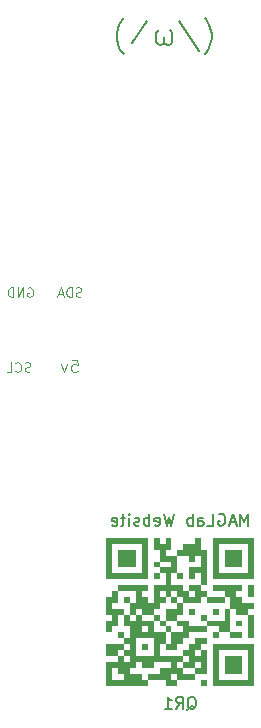
<source format=gbr>
%TF.GenerationSoftware,KiCad,Pcbnew,9.0.1*%
%TF.CreationDate,2025-08-02T01:33:37-07:00*%
%TF.ProjectId,bottom,626f7474-6f6d-42e6-9b69-6361645f7063,A1*%
%TF.SameCoordinates,PX578c1c0PY3d09000*%
%TF.FileFunction,Legend,Bot*%
%TF.FilePolarity,Positive*%
%FSLAX46Y46*%
G04 Gerber Fmt 4.6, Leading zero omitted, Abs format (unit mm)*
G04 Created by KiCad (PCBNEW 9.0.1) date 2025-08-02 01:33:37*
%MOMM*%
%LPD*%
G01*
G04 APERTURE LIST*
%ADD10C,0.100000*%
%ADD11C,0.200000*%
%ADD12C,0.150000*%
G04 APERTURE END LIST*
D10*
X7953925Y-40978419D02*
X8430115Y-40978419D01*
X8430115Y-40978419D02*
X8477734Y-41454609D01*
X8477734Y-41454609D02*
X8430115Y-41406990D01*
X8430115Y-41406990D02*
X8334877Y-41359371D01*
X8334877Y-41359371D02*
X8096782Y-41359371D01*
X8096782Y-41359371D02*
X8001544Y-41406990D01*
X8001544Y-41406990D02*
X7953925Y-41454609D01*
X7953925Y-41454609D02*
X7906306Y-41549847D01*
X7906306Y-41549847D02*
X7906306Y-41787942D01*
X7906306Y-41787942D02*
X7953925Y-41883180D01*
X7953925Y-41883180D02*
X8001544Y-41930800D01*
X8001544Y-41930800D02*
X8096782Y-41978419D01*
X8096782Y-41978419D02*
X8334877Y-41978419D01*
X8334877Y-41978419D02*
X8430115Y-41930800D01*
X8430115Y-41930800D02*
X8477734Y-41883180D01*
X7572972Y-41311752D02*
X7334877Y-41978419D01*
X7334877Y-41978419D02*
X7096782Y-41311752D01*
D11*
X19234802Y-15108742D02*
X19330041Y-15013504D01*
X19330041Y-15013504D02*
X19520517Y-14727790D01*
X19520517Y-14727790D02*
X19615755Y-14537314D01*
X19615755Y-14537314D02*
X19710993Y-14251600D01*
X19710993Y-14251600D02*
X19806231Y-13775409D01*
X19806231Y-13775409D02*
X19806231Y-13394457D01*
X19806231Y-13394457D02*
X19710993Y-12918266D01*
X19710993Y-12918266D02*
X19615755Y-12632552D01*
X19615755Y-12632552D02*
X19520517Y-12442076D01*
X19520517Y-12442076D02*
X19330041Y-12156361D01*
X19330041Y-12156361D02*
X19234802Y-12061123D01*
X17044327Y-12251600D02*
X18758612Y-14823028D01*
X15806231Y-13680171D02*
X15806231Y-14061123D01*
X16282422Y-13013504D02*
X16377660Y-13108742D01*
X16377660Y-13108742D02*
X16472898Y-13299219D01*
X16472898Y-13299219D02*
X16472898Y-14061123D01*
X16472898Y-14061123D02*
X16377660Y-14251600D01*
X16377660Y-14251600D02*
X16187184Y-14346838D01*
X16187184Y-14346838D02*
X16091946Y-14346838D01*
X16091946Y-14346838D02*
X15901470Y-14251600D01*
X15901470Y-14251600D02*
X15806231Y-14061123D01*
X15806231Y-14061123D02*
X15710993Y-14251600D01*
X15710993Y-14251600D02*
X15520517Y-14346838D01*
X15520517Y-14346838D02*
X15425279Y-14346838D01*
X15425279Y-14346838D02*
X15234803Y-14251600D01*
X15234803Y-14251600D02*
X15139565Y-14061123D01*
X15139565Y-14061123D02*
X15139565Y-13299219D01*
X15139565Y-13299219D02*
X15234803Y-13108742D01*
X15234803Y-13108742D02*
X15330041Y-13013504D01*
X14377660Y-12251600D02*
X13044327Y-14156361D01*
X12377660Y-15108742D02*
X12282422Y-15013504D01*
X12282422Y-15013504D02*
X12091946Y-14727790D01*
X12091946Y-14727790D02*
X11996708Y-14537314D01*
X11996708Y-14537314D02*
X11901470Y-14251600D01*
X11901470Y-14251600D02*
X11806232Y-13775409D01*
X11806232Y-13775409D02*
X11806232Y-13394457D01*
X11806232Y-13394457D02*
X11901470Y-12918266D01*
X11901470Y-12918266D02*
X11996708Y-12632552D01*
X11996708Y-12632552D02*
X12091946Y-12442076D01*
X12091946Y-12442076D02*
X12282422Y-12156361D01*
X12282422Y-12156361D02*
X12377660Y-12061123D01*
D10*
X8769830Y-35614800D02*
X8655544Y-35652895D01*
X8655544Y-35652895D02*
X8465068Y-35652895D01*
X8465068Y-35652895D02*
X8388877Y-35614800D01*
X8388877Y-35614800D02*
X8350782Y-35576704D01*
X8350782Y-35576704D02*
X8312687Y-35500514D01*
X8312687Y-35500514D02*
X8312687Y-35424323D01*
X8312687Y-35424323D02*
X8350782Y-35348133D01*
X8350782Y-35348133D02*
X8388877Y-35310038D01*
X8388877Y-35310038D02*
X8465068Y-35271942D01*
X8465068Y-35271942D02*
X8617449Y-35233847D01*
X8617449Y-35233847D02*
X8693639Y-35195752D01*
X8693639Y-35195752D02*
X8731734Y-35157657D01*
X8731734Y-35157657D02*
X8769830Y-35081466D01*
X8769830Y-35081466D02*
X8769830Y-35005276D01*
X8769830Y-35005276D02*
X8731734Y-34929085D01*
X8731734Y-34929085D02*
X8693639Y-34890990D01*
X8693639Y-34890990D02*
X8617449Y-34852895D01*
X8617449Y-34852895D02*
X8426972Y-34852895D01*
X8426972Y-34852895D02*
X8312687Y-34890990D01*
X7969829Y-35652895D02*
X7969829Y-34852895D01*
X7969829Y-34852895D02*
X7779353Y-34852895D01*
X7779353Y-34852895D02*
X7665067Y-34890990D01*
X7665067Y-34890990D02*
X7588877Y-34967180D01*
X7588877Y-34967180D02*
X7550782Y-35043371D01*
X7550782Y-35043371D02*
X7512686Y-35195752D01*
X7512686Y-35195752D02*
X7512686Y-35310038D01*
X7512686Y-35310038D02*
X7550782Y-35462419D01*
X7550782Y-35462419D02*
X7588877Y-35538609D01*
X7588877Y-35538609D02*
X7665067Y-35614800D01*
X7665067Y-35614800D02*
X7779353Y-35652895D01*
X7779353Y-35652895D02*
X7969829Y-35652895D01*
X7207925Y-35424323D02*
X6826972Y-35424323D01*
X7284115Y-35652895D02*
X7017448Y-34852895D01*
X7017448Y-34852895D02*
X6750782Y-35652895D01*
X4248687Y-34890990D02*
X4324877Y-34852895D01*
X4324877Y-34852895D02*
X4439163Y-34852895D01*
X4439163Y-34852895D02*
X4553449Y-34890990D01*
X4553449Y-34890990D02*
X4629639Y-34967180D01*
X4629639Y-34967180D02*
X4667734Y-35043371D01*
X4667734Y-35043371D02*
X4705830Y-35195752D01*
X4705830Y-35195752D02*
X4705830Y-35310038D01*
X4705830Y-35310038D02*
X4667734Y-35462419D01*
X4667734Y-35462419D02*
X4629639Y-35538609D01*
X4629639Y-35538609D02*
X4553449Y-35614800D01*
X4553449Y-35614800D02*
X4439163Y-35652895D01*
X4439163Y-35652895D02*
X4362972Y-35652895D01*
X4362972Y-35652895D02*
X4248687Y-35614800D01*
X4248687Y-35614800D02*
X4210591Y-35576704D01*
X4210591Y-35576704D02*
X4210591Y-35310038D01*
X4210591Y-35310038D02*
X4362972Y-35310038D01*
X3867734Y-35652895D02*
X3867734Y-34852895D01*
X3867734Y-34852895D02*
X3410591Y-35652895D01*
X3410591Y-35652895D02*
X3410591Y-34852895D01*
X3029639Y-35652895D02*
X3029639Y-34852895D01*
X3029639Y-34852895D02*
X2839163Y-34852895D01*
X2839163Y-34852895D02*
X2724877Y-34890990D01*
X2724877Y-34890990D02*
X2648687Y-34967180D01*
X2648687Y-34967180D02*
X2610592Y-35043371D01*
X2610592Y-35043371D02*
X2572496Y-35195752D01*
X2572496Y-35195752D02*
X2572496Y-35310038D01*
X2572496Y-35310038D02*
X2610592Y-35462419D01*
X2610592Y-35462419D02*
X2648687Y-35538609D01*
X2648687Y-35538609D02*
X2724877Y-35614800D01*
X2724877Y-35614800D02*
X2839163Y-35652895D01*
X2839163Y-35652895D02*
X3029639Y-35652895D01*
X4451830Y-41964800D02*
X4337544Y-42002895D01*
X4337544Y-42002895D02*
X4147068Y-42002895D01*
X4147068Y-42002895D02*
X4070877Y-41964800D01*
X4070877Y-41964800D02*
X4032782Y-41926704D01*
X4032782Y-41926704D02*
X3994687Y-41850514D01*
X3994687Y-41850514D02*
X3994687Y-41774323D01*
X3994687Y-41774323D02*
X4032782Y-41698133D01*
X4032782Y-41698133D02*
X4070877Y-41660038D01*
X4070877Y-41660038D02*
X4147068Y-41621942D01*
X4147068Y-41621942D02*
X4299449Y-41583847D01*
X4299449Y-41583847D02*
X4375639Y-41545752D01*
X4375639Y-41545752D02*
X4413734Y-41507657D01*
X4413734Y-41507657D02*
X4451830Y-41431466D01*
X4451830Y-41431466D02*
X4451830Y-41355276D01*
X4451830Y-41355276D02*
X4413734Y-41279085D01*
X4413734Y-41279085D02*
X4375639Y-41240990D01*
X4375639Y-41240990D02*
X4299449Y-41202895D01*
X4299449Y-41202895D02*
X4108972Y-41202895D01*
X4108972Y-41202895D02*
X3994687Y-41240990D01*
X3194686Y-41926704D02*
X3232782Y-41964800D01*
X3232782Y-41964800D02*
X3347067Y-42002895D01*
X3347067Y-42002895D02*
X3423258Y-42002895D01*
X3423258Y-42002895D02*
X3537544Y-41964800D01*
X3537544Y-41964800D02*
X3613734Y-41888609D01*
X3613734Y-41888609D02*
X3651829Y-41812419D01*
X3651829Y-41812419D02*
X3689925Y-41660038D01*
X3689925Y-41660038D02*
X3689925Y-41545752D01*
X3689925Y-41545752D02*
X3651829Y-41393371D01*
X3651829Y-41393371D02*
X3613734Y-41317180D01*
X3613734Y-41317180D02*
X3537544Y-41240990D01*
X3537544Y-41240990D02*
X3423258Y-41202895D01*
X3423258Y-41202895D02*
X3347067Y-41202895D01*
X3347067Y-41202895D02*
X3232782Y-41240990D01*
X3232782Y-41240990D02*
X3194686Y-41279085D01*
X2470877Y-42002895D02*
X2851829Y-42002895D01*
X2851829Y-42002895D02*
X2851829Y-41202895D01*
D12*
X17752238Y-70607057D02*
X17847476Y-70559438D01*
X17847476Y-70559438D02*
X17942714Y-70464200D01*
X17942714Y-70464200D02*
X18085571Y-70321342D01*
X18085571Y-70321342D02*
X18180809Y-70273723D01*
X18180809Y-70273723D02*
X18276047Y-70273723D01*
X18228428Y-70511819D02*
X18323666Y-70464200D01*
X18323666Y-70464200D02*
X18418904Y-70368961D01*
X18418904Y-70368961D02*
X18466523Y-70178485D01*
X18466523Y-70178485D02*
X18466523Y-69845152D01*
X18466523Y-69845152D02*
X18418904Y-69654676D01*
X18418904Y-69654676D02*
X18323666Y-69559438D01*
X18323666Y-69559438D02*
X18228428Y-69511819D01*
X18228428Y-69511819D02*
X18037952Y-69511819D01*
X18037952Y-69511819D02*
X17942714Y-69559438D01*
X17942714Y-69559438D02*
X17847476Y-69654676D01*
X17847476Y-69654676D02*
X17799857Y-69845152D01*
X17799857Y-69845152D02*
X17799857Y-70178485D01*
X17799857Y-70178485D02*
X17847476Y-70368961D01*
X17847476Y-70368961D02*
X17942714Y-70464200D01*
X17942714Y-70464200D02*
X18037952Y-70511819D01*
X18037952Y-70511819D02*
X18228428Y-70511819D01*
X16799857Y-70511819D02*
X17133190Y-70035628D01*
X17371285Y-70511819D02*
X17371285Y-69511819D01*
X17371285Y-69511819D02*
X16990333Y-69511819D01*
X16990333Y-69511819D02*
X16895095Y-69559438D01*
X16895095Y-69559438D02*
X16847476Y-69607057D01*
X16847476Y-69607057D02*
X16799857Y-69702295D01*
X16799857Y-69702295D02*
X16799857Y-69845152D01*
X16799857Y-69845152D02*
X16847476Y-69940390D01*
X16847476Y-69940390D02*
X16895095Y-69988009D01*
X16895095Y-69988009D02*
X16990333Y-70035628D01*
X16990333Y-70035628D02*
X17371285Y-70035628D01*
X15847476Y-70511819D02*
X16418904Y-70511819D01*
X16133190Y-70511819D02*
X16133190Y-69511819D01*
X16133190Y-69511819D02*
X16228428Y-69654676D01*
X16228428Y-69654676D02*
X16323666Y-69749914D01*
X16323666Y-69749914D02*
X16418904Y-69797533D01*
X22918904Y-55011819D02*
X22918904Y-54011819D01*
X22918904Y-54011819D02*
X22585571Y-54726104D01*
X22585571Y-54726104D02*
X22252238Y-54011819D01*
X22252238Y-54011819D02*
X22252238Y-55011819D01*
X21823666Y-54726104D02*
X21347476Y-54726104D01*
X21918904Y-55011819D02*
X21585571Y-54011819D01*
X21585571Y-54011819D02*
X21252238Y-55011819D01*
X20395095Y-54059438D02*
X20490333Y-54011819D01*
X20490333Y-54011819D02*
X20633190Y-54011819D01*
X20633190Y-54011819D02*
X20776047Y-54059438D01*
X20776047Y-54059438D02*
X20871285Y-54154676D01*
X20871285Y-54154676D02*
X20918904Y-54249914D01*
X20918904Y-54249914D02*
X20966523Y-54440390D01*
X20966523Y-54440390D02*
X20966523Y-54583247D01*
X20966523Y-54583247D02*
X20918904Y-54773723D01*
X20918904Y-54773723D02*
X20871285Y-54868961D01*
X20871285Y-54868961D02*
X20776047Y-54964200D01*
X20776047Y-54964200D02*
X20633190Y-55011819D01*
X20633190Y-55011819D02*
X20537952Y-55011819D01*
X20537952Y-55011819D02*
X20395095Y-54964200D01*
X20395095Y-54964200D02*
X20347476Y-54916580D01*
X20347476Y-54916580D02*
X20347476Y-54583247D01*
X20347476Y-54583247D02*
X20537952Y-54583247D01*
X19442714Y-55011819D02*
X19918904Y-55011819D01*
X19918904Y-55011819D02*
X19918904Y-54011819D01*
X18680809Y-55011819D02*
X18680809Y-54488009D01*
X18680809Y-54488009D02*
X18728428Y-54392771D01*
X18728428Y-54392771D02*
X18823666Y-54345152D01*
X18823666Y-54345152D02*
X19014142Y-54345152D01*
X19014142Y-54345152D02*
X19109380Y-54392771D01*
X18680809Y-54964200D02*
X18776047Y-55011819D01*
X18776047Y-55011819D02*
X19014142Y-55011819D01*
X19014142Y-55011819D02*
X19109380Y-54964200D01*
X19109380Y-54964200D02*
X19156999Y-54868961D01*
X19156999Y-54868961D02*
X19156999Y-54773723D01*
X19156999Y-54773723D02*
X19109380Y-54678485D01*
X19109380Y-54678485D02*
X19014142Y-54630866D01*
X19014142Y-54630866D02*
X18776047Y-54630866D01*
X18776047Y-54630866D02*
X18680809Y-54583247D01*
X18204618Y-55011819D02*
X18204618Y-54011819D01*
X18204618Y-54392771D02*
X18109380Y-54345152D01*
X18109380Y-54345152D02*
X17918904Y-54345152D01*
X17918904Y-54345152D02*
X17823666Y-54392771D01*
X17823666Y-54392771D02*
X17776047Y-54440390D01*
X17776047Y-54440390D02*
X17728428Y-54535628D01*
X17728428Y-54535628D02*
X17728428Y-54821342D01*
X17728428Y-54821342D02*
X17776047Y-54916580D01*
X17776047Y-54916580D02*
X17823666Y-54964200D01*
X17823666Y-54964200D02*
X17918904Y-55011819D01*
X17918904Y-55011819D02*
X18109380Y-55011819D01*
X18109380Y-55011819D02*
X18204618Y-54964200D01*
X16633189Y-54011819D02*
X16395094Y-55011819D01*
X16395094Y-55011819D02*
X16204618Y-54297533D01*
X16204618Y-54297533D02*
X16014142Y-55011819D01*
X16014142Y-55011819D02*
X15776047Y-54011819D01*
X15014142Y-54964200D02*
X15109380Y-55011819D01*
X15109380Y-55011819D02*
X15299856Y-55011819D01*
X15299856Y-55011819D02*
X15395094Y-54964200D01*
X15395094Y-54964200D02*
X15442713Y-54868961D01*
X15442713Y-54868961D02*
X15442713Y-54488009D01*
X15442713Y-54488009D02*
X15395094Y-54392771D01*
X15395094Y-54392771D02*
X15299856Y-54345152D01*
X15299856Y-54345152D02*
X15109380Y-54345152D01*
X15109380Y-54345152D02*
X15014142Y-54392771D01*
X15014142Y-54392771D02*
X14966523Y-54488009D01*
X14966523Y-54488009D02*
X14966523Y-54583247D01*
X14966523Y-54583247D02*
X15442713Y-54678485D01*
X14537951Y-55011819D02*
X14537951Y-54011819D01*
X14537951Y-54392771D02*
X14442713Y-54345152D01*
X14442713Y-54345152D02*
X14252237Y-54345152D01*
X14252237Y-54345152D02*
X14156999Y-54392771D01*
X14156999Y-54392771D02*
X14109380Y-54440390D01*
X14109380Y-54440390D02*
X14061761Y-54535628D01*
X14061761Y-54535628D02*
X14061761Y-54821342D01*
X14061761Y-54821342D02*
X14109380Y-54916580D01*
X14109380Y-54916580D02*
X14156999Y-54964200D01*
X14156999Y-54964200D02*
X14252237Y-55011819D01*
X14252237Y-55011819D02*
X14442713Y-55011819D01*
X14442713Y-55011819D02*
X14537951Y-54964200D01*
X13680808Y-54964200D02*
X13585570Y-55011819D01*
X13585570Y-55011819D02*
X13395094Y-55011819D01*
X13395094Y-55011819D02*
X13299856Y-54964200D01*
X13299856Y-54964200D02*
X13252237Y-54868961D01*
X13252237Y-54868961D02*
X13252237Y-54821342D01*
X13252237Y-54821342D02*
X13299856Y-54726104D01*
X13299856Y-54726104D02*
X13395094Y-54678485D01*
X13395094Y-54678485D02*
X13537951Y-54678485D01*
X13537951Y-54678485D02*
X13633189Y-54630866D01*
X13633189Y-54630866D02*
X13680808Y-54535628D01*
X13680808Y-54535628D02*
X13680808Y-54488009D01*
X13680808Y-54488009D02*
X13633189Y-54392771D01*
X13633189Y-54392771D02*
X13537951Y-54345152D01*
X13537951Y-54345152D02*
X13395094Y-54345152D01*
X13395094Y-54345152D02*
X13299856Y-54392771D01*
X12823665Y-55011819D02*
X12823665Y-54345152D01*
X12823665Y-54011819D02*
X12871284Y-54059438D01*
X12871284Y-54059438D02*
X12823665Y-54107057D01*
X12823665Y-54107057D02*
X12776046Y-54059438D01*
X12776046Y-54059438D02*
X12823665Y-54011819D01*
X12823665Y-54011819D02*
X12823665Y-54107057D01*
X12490332Y-54345152D02*
X12109380Y-54345152D01*
X12347475Y-54011819D02*
X12347475Y-54868961D01*
X12347475Y-54868961D02*
X12299856Y-54964200D01*
X12299856Y-54964200D02*
X12204618Y-55011819D01*
X12204618Y-55011819D02*
X12109380Y-55011819D01*
X11395094Y-54964200D02*
X11490332Y-55011819D01*
X11490332Y-55011819D02*
X11680808Y-55011819D01*
X11680808Y-55011819D02*
X11776046Y-54964200D01*
X11776046Y-54964200D02*
X11823665Y-54868961D01*
X11823665Y-54868961D02*
X11823665Y-54488009D01*
X11823665Y-54488009D02*
X11776046Y-54392771D01*
X11776046Y-54392771D02*
X11680808Y-54345152D01*
X11680808Y-54345152D02*
X11490332Y-54345152D01*
X11490332Y-54345152D02*
X11395094Y-54392771D01*
X11395094Y-54392771D02*
X11347475Y-54488009D01*
X11347475Y-54488009D02*
X11347475Y-54583247D01*
X11347475Y-54583247D02*
X11823665Y-54678485D01*
%TO.C,QR1*%
G36*
X11407000Y-56057000D02*
G01*
X10907000Y-56057000D01*
X10907000Y-56557000D01*
X11407000Y-56557000D01*
X11407000Y-56057000D01*
G37*
G36*
X11407000Y-56557000D02*
G01*
X10907000Y-56557000D01*
X10907000Y-57057000D01*
X11407000Y-57057000D01*
X11407000Y-56557000D01*
G37*
G36*
X11407000Y-57057000D02*
G01*
X10907000Y-57057000D01*
X10907000Y-57557000D01*
X11407000Y-57557000D01*
X11407000Y-57057000D01*
G37*
G36*
X11407000Y-57557000D02*
G01*
X10907000Y-57557000D01*
X10907000Y-58057000D01*
X11407000Y-58057000D01*
X11407000Y-57557000D01*
G37*
G36*
X11407000Y-58057000D02*
G01*
X10907000Y-58057000D01*
X10907000Y-58557000D01*
X11407000Y-58557000D01*
X11407000Y-58057000D01*
G37*
G36*
X11407000Y-58557000D02*
G01*
X10907000Y-58557000D01*
X10907000Y-59057000D01*
X11407000Y-59057000D01*
X11407000Y-58557000D01*
G37*
G36*
X11407000Y-59057000D02*
G01*
X10907000Y-59057000D01*
X10907000Y-59557000D01*
X11407000Y-59557000D01*
X11407000Y-59057000D01*
G37*
G36*
X11407000Y-61057000D02*
G01*
X10907000Y-61057000D01*
X10907000Y-61557000D01*
X11407000Y-61557000D01*
X11407000Y-61057000D01*
G37*
G36*
X11407000Y-61557000D02*
G01*
X10907000Y-61557000D01*
X10907000Y-62057000D01*
X11407000Y-62057000D01*
X11407000Y-61557000D01*
G37*
G36*
X11407000Y-62057000D02*
G01*
X10907000Y-62057000D01*
X10907000Y-62557000D01*
X11407000Y-62557000D01*
X11407000Y-62057000D01*
G37*
G36*
X11407000Y-63057000D02*
G01*
X10907000Y-63057000D01*
X10907000Y-63557000D01*
X11407000Y-63557000D01*
X11407000Y-63057000D01*
G37*
G36*
X11407000Y-63557000D02*
G01*
X10907000Y-63557000D01*
X10907000Y-64057000D01*
X11407000Y-64057000D01*
X11407000Y-63557000D01*
G37*
G36*
X11407000Y-65057000D02*
G01*
X10907000Y-65057000D01*
X10907000Y-65557000D01*
X11407000Y-65557000D01*
X11407000Y-65057000D01*
G37*
G36*
X11407000Y-65557000D02*
G01*
X10907000Y-65557000D01*
X10907000Y-66057000D01*
X11407000Y-66057000D01*
X11407000Y-65557000D01*
G37*
G36*
X11407000Y-66557000D02*
G01*
X10907000Y-66557000D01*
X10907000Y-67057000D01*
X11407000Y-67057000D01*
X11407000Y-66557000D01*
G37*
G36*
X11407000Y-67057000D02*
G01*
X10907000Y-67057000D01*
X10907000Y-67557000D01*
X11407000Y-67557000D01*
X11407000Y-67057000D01*
G37*
G36*
X11407000Y-67557000D02*
G01*
X10907000Y-67557000D01*
X10907000Y-68057000D01*
X11407000Y-68057000D01*
X11407000Y-67557000D01*
G37*
G36*
X11407000Y-68057000D02*
G01*
X10907000Y-68057000D01*
X10907000Y-68557000D01*
X11407000Y-68557000D01*
X11407000Y-68057000D01*
G37*
G36*
X11907000Y-56057000D02*
G01*
X11407000Y-56057000D01*
X11407000Y-56557000D01*
X11907000Y-56557000D01*
X11907000Y-56057000D01*
G37*
G36*
X11907000Y-59057000D02*
G01*
X11407000Y-59057000D01*
X11407000Y-59557000D01*
X11907000Y-59557000D01*
X11907000Y-59057000D01*
G37*
G36*
X11907000Y-60557000D02*
G01*
X11407000Y-60557000D01*
X11407000Y-61057000D01*
X11907000Y-61057000D01*
X11907000Y-60557000D01*
G37*
G36*
X11907000Y-61057000D02*
G01*
X11407000Y-61057000D01*
X11407000Y-61557000D01*
X11907000Y-61557000D01*
X11907000Y-61057000D01*
G37*
G36*
X11907000Y-62057000D02*
G01*
X11407000Y-62057000D01*
X11407000Y-62557000D01*
X11907000Y-62557000D01*
X11907000Y-62057000D01*
G37*
G36*
X11907000Y-62557000D02*
G01*
X11407000Y-62557000D01*
X11407000Y-63057000D01*
X11907000Y-63057000D01*
X11907000Y-62557000D01*
G37*
G36*
X11907000Y-63057000D02*
G01*
X11407000Y-63057000D01*
X11407000Y-63557000D01*
X11907000Y-63557000D01*
X11907000Y-63057000D01*
G37*
G36*
X11907000Y-65057000D02*
G01*
X11407000Y-65057000D01*
X11407000Y-65557000D01*
X11907000Y-65557000D01*
X11907000Y-65057000D01*
G37*
G36*
X11907000Y-65557000D02*
G01*
X11407000Y-65557000D01*
X11407000Y-66057000D01*
X11907000Y-66057000D01*
X11907000Y-65557000D01*
G37*
G36*
X11907000Y-66557000D02*
G01*
X11407000Y-66557000D01*
X11407000Y-67057000D01*
X11907000Y-67057000D01*
X11907000Y-66557000D01*
G37*
G36*
X11907000Y-68057000D02*
G01*
X11407000Y-68057000D01*
X11407000Y-68557000D01*
X11907000Y-68557000D01*
X11907000Y-68057000D01*
G37*
G36*
X12407000Y-56057000D02*
G01*
X11907000Y-56057000D01*
X11907000Y-56557000D01*
X12407000Y-56557000D01*
X12407000Y-56057000D01*
G37*
G36*
X12407000Y-57057000D02*
G01*
X11907000Y-57057000D01*
X11907000Y-57557000D01*
X12407000Y-57557000D01*
X12407000Y-57057000D01*
G37*
G36*
X12407000Y-57557000D02*
G01*
X11907000Y-57557000D01*
X11907000Y-58057000D01*
X12407000Y-58057000D01*
X12407000Y-57557000D01*
G37*
G36*
X12407000Y-58057000D02*
G01*
X11907000Y-58057000D01*
X11907000Y-58557000D01*
X12407000Y-58557000D01*
X12407000Y-58057000D01*
G37*
G36*
X12407000Y-59057000D02*
G01*
X11907000Y-59057000D01*
X11907000Y-59557000D01*
X12407000Y-59557000D01*
X12407000Y-59057000D01*
G37*
G36*
X12407000Y-60057000D02*
G01*
X11907000Y-60057000D01*
X11907000Y-60557000D01*
X12407000Y-60557000D01*
X12407000Y-60057000D01*
G37*
G36*
X12407000Y-62057000D02*
G01*
X11907000Y-62057000D01*
X11907000Y-62557000D01*
X12407000Y-62557000D01*
X12407000Y-62057000D01*
G37*
G36*
X12407000Y-64057000D02*
G01*
X11907000Y-64057000D01*
X11907000Y-64557000D01*
X12407000Y-64557000D01*
X12407000Y-64057000D01*
G37*
G36*
X12407000Y-65057000D02*
G01*
X11907000Y-65057000D01*
X11907000Y-65557000D01*
X12407000Y-65557000D01*
X12407000Y-65057000D01*
G37*
G36*
X12407000Y-66057000D02*
G01*
X11907000Y-66057000D01*
X11907000Y-66557000D01*
X12407000Y-66557000D01*
X12407000Y-66057000D01*
G37*
G36*
X12407000Y-66557000D02*
G01*
X11907000Y-66557000D01*
X11907000Y-67057000D01*
X12407000Y-67057000D01*
X12407000Y-66557000D01*
G37*
G36*
X12407000Y-67057000D02*
G01*
X11907000Y-67057000D01*
X11907000Y-67557000D01*
X12407000Y-67557000D01*
X12407000Y-67057000D01*
G37*
G36*
X12407000Y-68057000D02*
G01*
X11907000Y-68057000D01*
X11907000Y-68557000D01*
X12407000Y-68557000D01*
X12407000Y-68057000D01*
G37*
G36*
X12907000Y-56057000D02*
G01*
X12407000Y-56057000D01*
X12407000Y-56557000D01*
X12907000Y-56557000D01*
X12907000Y-56057000D01*
G37*
G36*
X12907000Y-57057000D02*
G01*
X12407000Y-57057000D01*
X12407000Y-57557000D01*
X12907000Y-57557000D01*
X12907000Y-57057000D01*
G37*
G36*
X12907000Y-57557000D02*
G01*
X12407000Y-57557000D01*
X12407000Y-58057000D01*
X12907000Y-58057000D01*
X12907000Y-57557000D01*
G37*
G36*
X12907000Y-58057000D02*
G01*
X12407000Y-58057000D01*
X12407000Y-58557000D01*
X12907000Y-58557000D01*
X12907000Y-58057000D01*
G37*
G36*
X12907000Y-59057000D02*
G01*
X12407000Y-59057000D01*
X12407000Y-59557000D01*
X12907000Y-59557000D01*
X12907000Y-59057000D01*
G37*
G36*
X12907000Y-60057000D02*
G01*
X12407000Y-60057000D01*
X12407000Y-60557000D01*
X12907000Y-60557000D01*
X12907000Y-60057000D01*
G37*
G36*
X12907000Y-61057000D02*
G01*
X12407000Y-61057000D01*
X12407000Y-61557000D01*
X12907000Y-61557000D01*
X12907000Y-61057000D01*
G37*
G36*
X12907000Y-62557000D02*
G01*
X12407000Y-62557000D01*
X12407000Y-63057000D01*
X12907000Y-63057000D01*
X12907000Y-62557000D01*
G37*
G36*
X12907000Y-63057000D02*
G01*
X12407000Y-63057000D01*
X12407000Y-63557000D01*
X12907000Y-63557000D01*
X12907000Y-63057000D01*
G37*
G36*
X12907000Y-64557000D02*
G01*
X12407000Y-64557000D01*
X12407000Y-65057000D01*
X12907000Y-65057000D01*
X12907000Y-64557000D01*
G37*
G36*
X12907000Y-65557000D02*
G01*
X12407000Y-65557000D01*
X12407000Y-66057000D01*
X12907000Y-66057000D01*
X12907000Y-65557000D01*
G37*
G36*
X12907000Y-66557000D02*
G01*
X12407000Y-66557000D01*
X12407000Y-67057000D01*
X12907000Y-67057000D01*
X12907000Y-66557000D01*
G37*
G36*
X12907000Y-67057000D02*
G01*
X12407000Y-67057000D01*
X12407000Y-67557000D01*
X12907000Y-67557000D01*
X12907000Y-67057000D01*
G37*
G36*
X12907000Y-67557000D02*
G01*
X12407000Y-67557000D01*
X12407000Y-68057000D01*
X12907000Y-68057000D01*
X12907000Y-67557000D01*
G37*
G36*
X12907000Y-68057000D02*
G01*
X12407000Y-68057000D01*
X12407000Y-68557000D01*
X12907000Y-68557000D01*
X12907000Y-68057000D01*
G37*
G36*
X13407000Y-56057000D02*
G01*
X12907000Y-56057000D01*
X12907000Y-56557000D01*
X13407000Y-56557000D01*
X13407000Y-56057000D01*
G37*
G36*
X13407000Y-57057000D02*
G01*
X12907000Y-57057000D01*
X12907000Y-57557000D01*
X13407000Y-57557000D01*
X13407000Y-57057000D01*
G37*
G36*
X13407000Y-57557000D02*
G01*
X12907000Y-57557000D01*
X12907000Y-58057000D01*
X13407000Y-58057000D01*
X13407000Y-57557000D01*
G37*
G36*
X13407000Y-58057000D02*
G01*
X12907000Y-58057000D01*
X12907000Y-58557000D01*
X13407000Y-58557000D01*
X13407000Y-58057000D01*
G37*
G36*
X13407000Y-59057000D02*
G01*
X12907000Y-59057000D01*
X12907000Y-59557000D01*
X13407000Y-59557000D01*
X13407000Y-59057000D01*
G37*
G36*
X13407000Y-60057000D02*
G01*
X12907000Y-60057000D01*
X12907000Y-60557000D01*
X13407000Y-60557000D01*
X13407000Y-60057000D01*
G37*
G36*
X13407000Y-61557000D02*
G01*
X12907000Y-61557000D01*
X12907000Y-62057000D01*
X13407000Y-62057000D01*
X13407000Y-61557000D01*
G37*
G36*
X13407000Y-62057000D02*
G01*
X12907000Y-62057000D01*
X12907000Y-62557000D01*
X13407000Y-62557000D01*
X13407000Y-62057000D01*
G37*
G36*
X13407000Y-63057000D02*
G01*
X12907000Y-63057000D01*
X12907000Y-63557000D01*
X13407000Y-63557000D01*
X13407000Y-63057000D01*
G37*
G36*
X13407000Y-63557000D02*
G01*
X12907000Y-63557000D01*
X12907000Y-64057000D01*
X13407000Y-64057000D01*
X13407000Y-63557000D01*
G37*
G36*
X13407000Y-64057000D02*
G01*
X12907000Y-64057000D01*
X12907000Y-64557000D01*
X13407000Y-64557000D01*
X13407000Y-64057000D01*
G37*
G36*
X13407000Y-64557000D02*
G01*
X12907000Y-64557000D01*
X12907000Y-65057000D01*
X13407000Y-65057000D01*
X13407000Y-64557000D01*
G37*
G36*
X13407000Y-65057000D02*
G01*
X12907000Y-65057000D01*
X12907000Y-65557000D01*
X13407000Y-65557000D01*
X13407000Y-65057000D01*
G37*
G36*
X13407000Y-65557000D02*
G01*
X12907000Y-65557000D01*
X12907000Y-66057000D01*
X13407000Y-66057000D01*
X13407000Y-65557000D01*
G37*
G36*
X13407000Y-66057000D02*
G01*
X12907000Y-66057000D01*
X12907000Y-66557000D01*
X13407000Y-66557000D01*
X13407000Y-66057000D01*
G37*
G36*
X13407000Y-66557000D02*
G01*
X12907000Y-66557000D01*
X12907000Y-67057000D01*
X13407000Y-67057000D01*
X13407000Y-66557000D01*
G37*
G36*
X13407000Y-67557000D02*
G01*
X12907000Y-67557000D01*
X12907000Y-68057000D01*
X13407000Y-68057000D01*
X13407000Y-67557000D01*
G37*
G36*
X13407000Y-68057000D02*
G01*
X12907000Y-68057000D01*
X12907000Y-68557000D01*
X13407000Y-68557000D01*
X13407000Y-68057000D01*
G37*
G36*
X13907000Y-56057000D02*
G01*
X13407000Y-56057000D01*
X13407000Y-56557000D01*
X13907000Y-56557000D01*
X13907000Y-56057000D01*
G37*
G36*
X13907000Y-59057000D02*
G01*
X13407000Y-59057000D01*
X13407000Y-59557000D01*
X13907000Y-59557000D01*
X13907000Y-59057000D01*
G37*
G36*
X13907000Y-60057000D02*
G01*
X13407000Y-60057000D01*
X13407000Y-60557000D01*
X13907000Y-60557000D01*
X13907000Y-60057000D01*
G37*
G36*
X13907000Y-60557000D02*
G01*
X13407000Y-60557000D01*
X13407000Y-61057000D01*
X13907000Y-61057000D01*
X13907000Y-60557000D01*
G37*
G36*
X13907000Y-61057000D02*
G01*
X13407000Y-61057000D01*
X13407000Y-61557000D01*
X13907000Y-61557000D01*
X13907000Y-61057000D01*
G37*
G36*
X13907000Y-61557000D02*
G01*
X13407000Y-61557000D01*
X13407000Y-62057000D01*
X13907000Y-62057000D01*
X13907000Y-61557000D01*
G37*
G36*
X13907000Y-62557000D02*
G01*
X13407000Y-62557000D01*
X13407000Y-63057000D01*
X13907000Y-63057000D01*
X13907000Y-62557000D01*
G37*
G36*
X13907000Y-63057000D02*
G01*
X13407000Y-63057000D01*
X13407000Y-63557000D01*
X13907000Y-63557000D01*
X13907000Y-63057000D01*
G37*
G36*
X13907000Y-63557000D02*
G01*
X13407000Y-63557000D01*
X13407000Y-64057000D01*
X13907000Y-64057000D01*
X13907000Y-63557000D01*
G37*
G36*
X13907000Y-64057000D02*
G01*
X13407000Y-64057000D01*
X13407000Y-64557000D01*
X13907000Y-64557000D01*
X13907000Y-64057000D01*
G37*
G36*
X13907000Y-66057000D02*
G01*
X13407000Y-66057000D01*
X13407000Y-66557000D01*
X13907000Y-66557000D01*
X13907000Y-66057000D01*
G37*
G36*
X13907000Y-67557000D02*
G01*
X13407000Y-67557000D01*
X13407000Y-68057000D01*
X13907000Y-68057000D01*
X13907000Y-67557000D01*
G37*
G36*
X13907000Y-68057000D02*
G01*
X13407000Y-68057000D01*
X13407000Y-68557000D01*
X13907000Y-68557000D01*
X13907000Y-68057000D01*
G37*
G36*
X14407000Y-56057000D02*
G01*
X13907000Y-56057000D01*
X13907000Y-56557000D01*
X14407000Y-56557000D01*
X14407000Y-56057000D01*
G37*
G36*
X14407000Y-56557000D02*
G01*
X13907000Y-56557000D01*
X13907000Y-57057000D01*
X14407000Y-57057000D01*
X14407000Y-56557000D01*
G37*
G36*
X14407000Y-57057000D02*
G01*
X13907000Y-57057000D01*
X13907000Y-57557000D01*
X14407000Y-57557000D01*
X14407000Y-57057000D01*
G37*
G36*
X14407000Y-57557000D02*
G01*
X13907000Y-57557000D01*
X13907000Y-58057000D01*
X14407000Y-58057000D01*
X14407000Y-57557000D01*
G37*
G36*
X14407000Y-58057000D02*
G01*
X13907000Y-58057000D01*
X13907000Y-58557000D01*
X14407000Y-58557000D01*
X14407000Y-58057000D01*
G37*
G36*
X14407000Y-58557000D02*
G01*
X13907000Y-58557000D01*
X13907000Y-59057000D01*
X14407000Y-59057000D01*
X14407000Y-58557000D01*
G37*
G36*
X14407000Y-59057000D02*
G01*
X13907000Y-59057000D01*
X13907000Y-59557000D01*
X14407000Y-59557000D01*
X14407000Y-59057000D01*
G37*
G36*
X14407000Y-60057000D02*
G01*
X13907000Y-60057000D01*
X13907000Y-60557000D01*
X14407000Y-60557000D01*
X14407000Y-60057000D01*
G37*
G36*
X14407000Y-61057000D02*
G01*
X13907000Y-61057000D01*
X13907000Y-61557000D01*
X14407000Y-61557000D01*
X14407000Y-61057000D01*
G37*
G36*
X14407000Y-61557000D02*
G01*
X13907000Y-61557000D01*
X13907000Y-62057000D01*
X14407000Y-62057000D01*
X14407000Y-61557000D01*
G37*
G36*
X14407000Y-62057000D02*
G01*
X13907000Y-62057000D01*
X13907000Y-62557000D01*
X14407000Y-62557000D01*
X14407000Y-62057000D01*
G37*
G36*
X14407000Y-63057000D02*
G01*
X13907000Y-63057000D01*
X13907000Y-63557000D01*
X14407000Y-63557000D01*
X14407000Y-63057000D01*
G37*
G36*
X14407000Y-64057000D02*
G01*
X13907000Y-64057000D01*
X13907000Y-64557000D01*
X14407000Y-64557000D01*
X14407000Y-64057000D01*
G37*
G36*
X14407000Y-65057000D02*
G01*
X13907000Y-65057000D01*
X13907000Y-65557000D01*
X14407000Y-65557000D01*
X14407000Y-65057000D01*
G37*
G36*
X14407000Y-66057000D02*
G01*
X13907000Y-66057000D01*
X13907000Y-66557000D01*
X14407000Y-66557000D01*
X14407000Y-66057000D01*
G37*
G36*
X14407000Y-66557000D02*
G01*
X13907000Y-66557000D01*
X13907000Y-67057000D01*
X14407000Y-67057000D01*
X14407000Y-66557000D01*
G37*
G36*
X14407000Y-68057000D02*
G01*
X13907000Y-68057000D01*
X13907000Y-68557000D01*
X14407000Y-68557000D01*
X14407000Y-68057000D01*
G37*
G36*
X14907000Y-61557000D02*
G01*
X14407000Y-61557000D01*
X14407000Y-62057000D01*
X14907000Y-62057000D01*
X14907000Y-61557000D01*
G37*
G36*
X14907000Y-62057000D02*
G01*
X14407000Y-62057000D01*
X14407000Y-62557000D01*
X14907000Y-62557000D01*
X14907000Y-62057000D01*
G37*
G36*
X14907000Y-63057000D02*
G01*
X14407000Y-63057000D01*
X14407000Y-63557000D01*
X14907000Y-63557000D01*
X14907000Y-63057000D01*
G37*
G36*
X14907000Y-63557000D02*
G01*
X14407000Y-63557000D01*
X14407000Y-64057000D01*
X14907000Y-64057000D01*
X14907000Y-63557000D01*
G37*
G36*
X14907000Y-64057000D02*
G01*
X14407000Y-64057000D01*
X14407000Y-64557000D01*
X14907000Y-64557000D01*
X14907000Y-64057000D01*
G37*
G36*
X14907000Y-66057000D02*
G01*
X14407000Y-66057000D01*
X14407000Y-66557000D01*
X14907000Y-66557000D01*
X14907000Y-66057000D01*
G37*
G36*
X14907000Y-66557000D02*
G01*
X14407000Y-66557000D01*
X14407000Y-67057000D01*
X14907000Y-67057000D01*
X14907000Y-66557000D01*
G37*
G36*
X14907000Y-67557000D02*
G01*
X14407000Y-67557000D01*
X14407000Y-68057000D01*
X14907000Y-68057000D01*
X14907000Y-67557000D01*
G37*
G36*
X15407000Y-56057000D02*
G01*
X14907000Y-56057000D01*
X14907000Y-56557000D01*
X15407000Y-56557000D01*
X15407000Y-56057000D01*
G37*
G36*
X15407000Y-56557000D02*
G01*
X14907000Y-56557000D01*
X14907000Y-57057000D01*
X15407000Y-57057000D01*
X15407000Y-56557000D01*
G37*
G36*
X15407000Y-58057000D02*
G01*
X14907000Y-58057000D01*
X14907000Y-58557000D01*
X15407000Y-58557000D01*
X15407000Y-58057000D01*
G37*
G36*
X15407000Y-59057000D02*
G01*
X14907000Y-59057000D01*
X14907000Y-59557000D01*
X15407000Y-59557000D01*
X15407000Y-59057000D01*
G37*
G36*
X15407000Y-60057000D02*
G01*
X14907000Y-60057000D01*
X14907000Y-60557000D01*
X15407000Y-60557000D01*
X15407000Y-60057000D01*
G37*
G36*
X15407000Y-60557000D02*
G01*
X14907000Y-60557000D01*
X14907000Y-61057000D01*
X15407000Y-61057000D01*
X15407000Y-60557000D01*
G37*
G36*
X15407000Y-61057000D02*
G01*
X14907000Y-61057000D01*
X14907000Y-61557000D01*
X15407000Y-61557000D01*
X15407000Y-61057000D01*
G37*
G36*
X15407000Y-61557000D02*
G01*
X14907000Y-61557000D01*
X14907000Y-62057000D01*
X15407000Y-62057000D01*
X15407000Y-61557000D01*
G37*
G36*
X15407000Y-62557000D02*
G01*
X14907000Y-62557000D01*
X14907000Y-63057000D01*
X15407000Y-63057000D01*
X15407000Y-62557000D01*
G37*
G36*
X15407000Y-64057000D02*
G01*
X14907000Y-64057000D01*
X14907000Y-64557000D01*
X15407000Y-64557000D01*
X15407000Y-64057000D01*
G37*
G36*
X15407000Y-64557000D02*
G01*
X14907000Y-64557000D01*
X14907000Y-65057000D01*
X15407000Y-65057000D01*
X15407000Y-64557000D01*
G37*
G36*
X15407000Y-65057000D02*
G01*
X14907000Y-65057000D01*
X14907000Y-65557000D01*
X15407000Y-65557000D01*
X15407000Y-65057000D01*
G37*
G36*
X15407000Y-65557000D02*
G01*
X14907000Y-65557000D01*
X14907000Y-66057000D01*
X15407000Y-66057000D01*
X15407000Y-65557000D01*
G37*
G36*
X15407000Y-66057000D02*
G01*
X14907000Y-66057000D01*
X14907000Y-66557000D01*
X15407000Y-66557000D01*
X15407000Y-66057000D01*
G37*
G36*
X15407000Y-67557000D02*
G01*
X14907000Y-67557000D01*
X14907000Y-68057000D01*
X15407000Y-68057000D01*
X15407000Y-67557000D01*
G37*
G36*
X15907000Y-56557000D02*
G01*
X15407000Y-56557000D01*
X15407000Y-57057000D01*
X15907000Y-57057000D01*
X15907000Y-56557000D01*
G37*
G36*
X15907000Y-57057000D02*
G01*
X15407000Y-57057000D01*
X15407000Y-57557000D01*
X15907000Y-57557000D01*
X15907000Y-57057000D01*
G37*
G36*
X15907000Y-57557000D02*
G01*
X15407000Y-57557000D01*
X15407000Y-58057000D01*
X15907000Y-58057000D01*
X15907000Y-57557000D01*
G37*
G36*
X15907000Y-58557000D02*
G01*
X15407000Y-58557000D01*
X15407000Y-59057000D01*
X15907000Y-59057000D01*
X15907000Y-58557000D01*
G37*
G36*
X15907000Y-60057000D02*
G01*
X15407000Y-60057000D01*
X15407000Y-60557000D01*
X15907000Y-60557000D01*
X15907000Y-60057000D01*
G37*
G36*
X15907000Y-61057000D02*
G01*
X15407000Y-61057000D01*
X15407000Y-61557000D01*
X15907000Y-61557000D01*
X15907000Y-61057000D01*
G37*
G36*
X15907000Y-63057000D02*
G01*
X15407000Y-63057000D01*
X15407000Y-63557000D01*
X15907000Y-63557000D01*
X15907000Y-63057000D01*
G37*
G36*
X15907000Y-64057000D02*
G01*
X15407000Y-64057000D01*
X15407000Y-64557000D01*
X15907000Y-64557000D01*
X15907000Y-64057000D01*
G37*
G36*
X15907000Y-64557000D02*
G01*
X15407000Y-64557000D01*
X15407000Y-65057000D01*
X15907000Y-65057000D01*
X15907000Y-64557000D01*
G37*
G36*
X15907000Y-66057000D02*
G01*
X15407000Y-66057000D01*
X15407000Y-66557000D01*
X15907000Y-66557000D01*
X15907000Y-66057000D01*
G37*
G36*
X15907000Y-67057000D02*
G01*
X15407000Y-67057000D01*
X15407000Y-67557000D01*
X15907000Y-67557000D01*
X15907000Y-67057000D01*
G37*
G36*
X15907000Y-67557000D02*
G01*
X15407000Y-67557000D01*
X15407000Y-68057000D01*
X15907000Y-68057000D01*
X15907000Y-67557000D01*
G37*
G36*
X16407000Y-56057000D02*
G01*
X15907000Y-56057000D01*
X15907000Y-56557000D01*
X16407000Y-56557000D01*
X16407000Y-56057000D01*
G37*
G36*
X16407000Y-56557000D02*
G01*
X15907000Y-56557000D01*
X15907000Y-57057000D01*
X16407000Y-57057000D01*
X16407000Y-56557000D01*
G37*
G36*
X16407000Y-57557000D02*
G01*
X15907000Y-57557000D01*
X15907000Y-58057000D01*
X16407000Y-58057000D01*
X16407000Y-57557000D01*
G37*
G36*
X16407000Y-58557000D02*
G01*
X15907000Y-58557000D01*
X15907000Y-59057000D01*
X16407000Y-59057000D01*
X16407000Y-58557000D01*
G37*
G36*
X16407000Y-59057000D02*
G01*
X15907000Y-59057000D01*
X15907000Y-59557000D01*
X16407000Y-59557000D01*
X16407000Y-59057000D01*
G37*
G36*
X16407000Y-59557000D02*
G01*
X15907000Y-59557000D01*
X15907000Y-60057000D01*
X16407000Y-60057000D01*
X16407000Y-59557000D01*
G37*
G36*
X16407000Y-60057000D02*
G01*
X15907000Y-60057000D01*
X15907000Y-60557000D01*
X16407000Y-60557000D01*
X16407000Y-60057000D01*
G37*
G36*
X16407000Y-60557000D02*
G01*
X15907000Y-60557000D01*
X15907000Y-61057000D01*
X16407000Y-61057000D01*
X16407000Y-60557000D01*
G37*
G36*
X16407000Y-62057000D02*
G01*
X15907000Y-62057000D01*
X15907000Y-62557000D01*
X16407000Y-62557000D01*
X16407000Y-62057000D01*
G37*
G36*
X16407000Y-62557000D02*
G01*
X15907000Y-62557000D01*
X15907000Y-63057000D01*
X16407000Y-63057000D01*
X16407000Y-62557000D01*
G37*
G36*
X16407000Y-63557000D02*
G01*
X15907000Y-63557000D01*
X15907000Y-64057000D01*
X16407000Y-64057000D01*
X16407000Y-63557000D01*
G37*
G36*
X16407000Y-65057000D02*
G01*
X15907000Y-65057000D01*
X15907000Y-65557000D01*
X16407000Y-65557000D01*
X16407000Y-65057000D01*
G37*
G36*
X16407000Y-66057000D02*
G01*
X15907000Y-66057000D01*
X15907000Y-66557000D01*
X16407000Y-66557000D01*
X16407000Y-66057000D01*
G37*
G36*
X16407000Y-67057000D02*
G01*
X15907000Y-67057000D01*
X15907000Y-67557000D01*
X16407000Y-67557000D01*
X16407000Y-67057000D01*
G37*
G36*
X16407000Y-67557000D02*
G01*
X15907000Y-67557000D01*
X15907000Y-68057000D01*
X16407000Y-68057000D01*
X16407000Y-67557000D01*
G37*
G36*
X16407000Y-68057000D02*
G01*
X15907000Y-68057000D01*
X15907000Y-68557000D01*
X16407000Y-68557000D01*
X16407000Y-68057000D01*
G37*
G36*
X16907000Y-57557000D02*
G01*
X16407000Y-57557000D01*
X16407000Y-58057000D01*
X16907000Y-58057000D01*
X16907000Y-57557000D01*
G37*
G36*
X16907000Y-58057000D02*
G01*
X16407000Y-58057000D01*
X16407000Y-58557000D01*
X16907000Y-58557000D01*
X16907000Y-58057000D01*
G37*
G36*
X16907000Y-58557000D02*
G01*
X16407000Y-58557000D01*
X16407000Y-59057000D01*
X16907000Y-59057000D01*
X16907000Y-58557000D01*
G37*
G36*
X16907000Y-60057000D02*
G01*
X16407000Y-60057000D01*
X16407000Y-60557000D01*
X16907000Y-60557000D01*
X16907000Y-60057000D01*
G37*
G36*
X16907000Y-61057000D02*
G01*
X16407000Y-61057000D01*
X16407000Y-61557000D01*
X16907000Y-61557000D01*
X16907000Y-61057000D01*
G37*
G36*
X16907000Y-62057000D02*
G01*
X16407000Y-62057000D01*
X16407000Y-62557000D01*
X16907000Y-62557000D01*
X16907000Y-62057000D01*
G37*
G36*
X16907000Y-62557000D02*
G01*
X16407000Y-62557000D01*
X16407000Y-63057000D01*
X16907000Y-63057000D01*
X16907000Y-62557000D01*
G37*
G36*
X16907000Y-64057000D02*
G01*
X16407000Y-64057000D01*
X16407000Y-64557000D01*
X16907000Y-64557000D01*
X16907000Y-64057000D01*
G37*
G36*
X16907000Y-64557000D02*
G01*
X16407000Y-64557000D01*
X16407000Y-65057000D01*
X16907000Y-65057000D01*
X16907000Y-64557000D01*
G37*
G36*
X16907000Y-65057000D02*
G01*
X16407000Y-65057000D01*
X16407000Y-65557000D01*
X16907000Y-65557000D01*
X16907000Y-65057000D01*
G37*
G36*
X16907000Y-66057000D02*
G01*
X16407000Y-66057000D01*
X16407000Y-66557000D01*
X16907000Y-66557000D01*
X16907000Y-66057000D01*
G37*
G36*
X16907000Y-66557000D02*
G01*
X16407000Y-66557000D01*
X16407000Y-67057000D01*
X16907000Y-67057000D01*
X16907000Y-66557000D01*
G37*
G36*
X16907000Y-67057000D02*
G01*
X16407000Y-67057000D01*
X16407000Y-67557000D01*
X16907000Y-67557000D01*
X16907000Y-67057000D01*
G37*
G36*
X16907000Y-68057000D02*
G01*
X16407000Y-68057000D01*
X16407000Y-68557000D01*
X16907000Y-68557000D01*
X16907000Y-68057000D01*
G37*
G36*
X17407000Y-57057000D02*
G01*
X16907000Y-57057000D01*
X16907000Y-57557000D01*
X17407000Y-57557000D01*
X17407000Y-57057000D01*
G37*
G36*
X17407000Y-59057000D02*
G01*
X16907000Y-59057000D01*
X16907000Y-59557000D01*
X17407000Y-59557000D01*
X17407000Y-59057000D01*
G37*
G36*
X17407000Y-60057000D02*
G01*
X16907000Y-60057000D01*
X16907000Y-60557000D01*
X17407000Y-60557000D01*
X17407000Y-60057000D01*
G37*
G36*
X17407000Y-60557000D02*
G01*
X16907000Y-60557000D01*
X16907000Y-61057000D01*
X17407000Y-61057000D01*
X17407000Y-60557000D01*
G37*
G36*
X17407000Y-61557000D02*
G01*
X16907000Y-61557000D01*
X16907000Y-62057000D01*
X17407000Y-62057000D01*
X17407000Y-61557000D01*
G37*
G36*
X17407000Y-62057000D02*
G01*
X16907000Y-62057000D01*
X16907000Y-62557000D01*
X17407000Y-62557000D01*
X17407000Y-62057000D01*
G37*
G36*
X17407000Y-63057000D02*
G01*
X16907000Y-63057000D01*
X16907000Y-63557000D01*
X17407000Y-63557000D01*
X17407000Y-63057000D01*
G37*
G36*
X17407000Y-64057000D02*
G01*
X16907000Y-64057000D01*
X16907000Y-64557000D01*
X17407000Y-64557000D01*
X17407000Y-64057000D01*
G37*
G36*
X17407000Y-64557000D02*
G01*
X16907000Y-64557000D01*
X16907000Y-65057000D01*
X17407000Y-65057000D01*
X17407000Y-64557000D01*
G37*
G36*
X17407000Y-66057000D02*
G01*
X16907000Y-66057000D01*
X16907000Y-66557000D01*
X17407000Y-66557000D01*
X17407000Y-66057000D01*
G37*
G36*
X17407000Y-67057000D02*
G01*
X16907000Y-67057000D01*
X16907000Y-67557000D01*
X17407000Y-67557000D01*
X17407000Y-67057000D01*
G37*
G36*
X17407000Y-67557000D02*
G01*
X16907000Y-67557000D01*
X16907000Y-68057000D01*
X17407000Y-68057000D01*
X17407000Y-67557000D01*
G37*
G36*
X17907000Y-56557000D02*
G01*
X17407000Y-56557000D01*
X17407000Y-57057000D01*
X17907000Y-57057000D01*
X17907000Y-56557000D01*
G37*
G36*
X17907000Y-57057000D02*
G01*
X17407000Y-57057000D01*
X17407000Y-57557000D01*
X17907000Y-57557000D01*
X17907000Y-57057000D01*
G37*
G36*
X17907000Y-60557000D02*
G01*
X17407000Y-60557000D01*
X17407000Y-61057000D01*
X17907000Y-61057000D01*
X17907000Y-60557000D01*
G37*
G36*
X17907000Y-61057000D02*
G01*
X17407000Y-61057000D01*
X17407000Y-61557000D01*
X17907000Y-61557000D01*
X17907000Y-61057000D01*
G37*
G36*
X17907000Y-63057000D02*
G01*
X17407000Y-63057000D01*
X17407000Y-63557000D01*
X17907000Y-63557000D01*
X17907000Y-63057000D01*
G37*
G36*
X17907000Y-63557000D02*
G01*
X17407000Y-63557000D01*
X17407000Y-64057000D01*
X17907000Y-64057000D01*
X17907000Y-63557000D01*
G37*
G36*
X17907000Y-64057000D02*
G01*
X17407000Y-64057000D01*
X17407000Y-64557000D01*
X17907000Y-64557000D01*
X17907000Y-64057000D01*
G37*
G36*
X17907000Y-65557000D02*
G01*
X17407000Y-65557000D01*
X17407000Y-66057000D01*
X17907000Y-66057000D01*
X17907000Y-65557000D01*
G37*
G36*
X17907000Y-66557000D02*
G01*
X17407000Y-66557000D01*
X17407000Y-67057000D01*
X17907000Y-67057000D01*
X17907000Y-66557000D01*
G37*
G36*
X17907000Y-67557000D02*
G01*
X17407000Y-67557000D01*
X17407000Y-68057000D01*
X17907000Y-68057000D01*
X17907000Y-67557000D01*
G37*
G36*
X18407000Y-56557000D02*
G01*
X17907000Y-56557000D01*
X17907000Y-57057000D01*
X18407000Y-57057000D01*
X18407000Y-56557000D01*
G37*
G36*
X18407000Y-57057000D02*
G01*
X17907000Y-57057000D01*
X17907000Y-57557000D01*
X18407000Y-57557000D01*
X18407000Y-57057000D01*
G37*
G36*
X18407000Y-57557000D02*
G01*
X17907000Y-57557000D01*
X17907000Y-58057000D01*
X18407000Y-58057000D01*
X18407000Y-57557000D01*
G37*
G36*
X18407000Y-58557000D02*
G01*
X17907000Y-58557000D01*
X17907000Y-59057000D01*
X18407000Y-59057000D01*
X18407000Y-58557000D01*
G37*
G36*
X18407000Y-59057000D02*
G01*
X17907000Y-59057000D01*
X17907000Y-59557000D01*
X18407000Y-59557000D01*
X18407000Y-59057000D01*
G37*
G36*
X18407000Y-60057000D02*
G01*
X17907000Y-60057000D01*
X17907000Y-60557000D01*
X18407000Y-60557000D01*
X18407000Y-60057000D01*
G37*
G36*
X18407000Y-61057000D02*
G01*
X17907000Y-61057000D01*
X17907000Y-61557000D01*
X18407000Y-61557000D01*
X18407000Y-61057000D01*
G37*
G36*
X18407000Y-62057000D02*
G01*
X17907000Y-62057000D01*
X17907000Y-62557000D01*
X18407000Y-62557000D01*
X18407000Y-62057000D01*
G37*
G36*
X18407000Y-63557000D02*
G01*
X17907000Y-63557000D01*
X17907000Y-64057000D01*
X18407000Y-64057000D01*
X18407000Y-63557000D01*
G37*
G36*
X18407000Y-65057000D02*
G01*
X17907000Y-65057000D01*
X17907000Y-65557000D01*
X18407000Y-65557000D01*
X18407000Y-65057000D01*
G37*
G36*
X18407000Y-65557000D02*
G01*
X17907000Y-65557000D01*
X17907000Y-66057000D01*
X18407000Y-66057000D01*
X18407000Y-65557000D01*
G37*
G36*
X18407000Y-66057000D02*
G01*
X17907000Y-66057000D01*
X17907000Y-66557000D01*
X18407000Y-66557000D01*
X18407000Y-66057000D01*
G37*
G36*
X18407000Y-66557000D02*
G01*
X17907000Y-66557000D01*
X17907000Y-67057000D01*
X18407000Y-67057000D01*
X18407000Y-66557000D01*
G37*
G36*
X18407000Y-67557000D02*
G01*
X17907000Y-67557000D01*
X17907000Y-68057000D01*
X18407000Y-68057000D01*
X18407000Y-67557000D01*
G37*
G36*
X18907000Y-56057000D02*
G01*
X18407000Y-56057000D01*
X18407000Y-56557000D01*
X18907000Y-56557000D01*
X18907000Y-56057000D01*
G37*
G36*
X18907000Y-56557000D02*
G01*
X18407000Y-56557000D01*
X18407000Y-57057000D01*
X18907000Y-57057000D01*
X18907000Y-56557000D01*
G37*
G36*
X18907000Y-57057000D02*
G01*
X18407000Y-57057000D01*
X18407000Y-57557000D01*
X18907000Y-57557000D01*
X18907000Y-57057000D01*
G37*
G36*
X18907000Y-58557000D02*
G01*
X18407000Y-58557000D01*
X18407000Y-59057000D01*
X18907000Y-59057000D01*
X18907000Y-58557000D01*
G37*
G36*
X18907000Y-60057000D02*
G01*
X18407000Y-60057000D01*
X18407000Y-60557000D01*
X18907000Y-60557000D01*
X18907000Y-60057000D01*
G37*
G36*
X18907000Y-60557000D02*
G01*
X18407000Y-60557000D01*
X18407000Y-61057000D01*
X18907000Y-61057000D01*
X18907000Y-60557000D01*
G37*
G36*
X18907000Y-61057000D02*
G01*
X18407000Y-61057000D01*
X18407000Y-61557000D01*
X18907000Y-61557000D01*
X18907000Y-61057000D01*
G37*
G36*
X18907000Y-63557000D02*
G01*
X18407000Y-63557000D01*
X18407000Y-64057000D01*
X18907000Y-64057000D01*
X18907000Y-63557000D01*
G37*
G36*
X18907000Y-64557000D02*
G01*
X18407000Y-64557000D01*
X18407000Y-65057000D01*
X18907000Y-65057000D01*
X18907000Y-64557000D01*
G37*
G36*
X18907000Y-65057000D02*
G01*
X18407000Y-65057000D01*
X18407000Y-65557000D01*
X18907000Y-65557000D01*
X18907000Y-65057000D01*
G37*
G36*
X18907000Y-66057000D02*
G01*
X18407000Y-66057000D01*
X18407000Y-66557000D01*
X18907000Y-66557000D01*
X18907000Y-66057000D01*
G37*
G36*
X18907000Y-67057000D02*
G01*
X18407000Y-67057000D01*
X18407000Y-67557000D01*
X18907000Y-67557000D01*
X18907000Y-67057000D01*
G37*
G36*
X19407000Y-57057000D02*
G01*
X18907000Y-57057000D01*
X18907000Y-57557000D01*
X19407000Y-57557000D01*
X19407000Y-57057000D01*
G37*
G36*
X19407000Y-57557000D02*
G01*
X18907000Y-57557000D01*
X18907000Y-58057000D01*
X19407000Y-58057000D01*
X19407000Y-57557000D01*
G37*
G36*
X19407000Y-58057000D02*
G01*
X18907000Y-58057000D01*
X18907000Y-58557000D01*
X19407000Y-58557000D01*
X19407000Y-58057000D01*
G37*
G36*
X19407000Y-58557000D02*
G01*
X18907000Y-58557000D01*
X18907000Y-59057000D01*
X19407000Y-59057000D01*
X19407000Y-58557000D01*
G37*
G36*
X19407000Y-59057000D02*
G01*
X18907000Y-59057000D01*
X18907000Y-59557000D01*
X19407000Y-59557000D01*
X19407000Y-59057000D01*
G37*
G36*
X19407000Y-59557000D02*
G01*
X18907000Y-59557000D01*
X18907000Y-60057000D01*
X19407000Y-60057000D01*
X19407000Y-59557000D01*
G37*
G36*
X19407000Y-60557000D02*
G01*
X18907000Y-60557000D01*
X18907000Y-61057000D01*
X19407000Y-61057000D01*
X19407000Y-60557000D01*
G37*
G36*
X19407000Y-62557000D02*
G01*
X18907000Y-62557000D01*
X18907000Y-63057000D01*
X19407000Y-63057000D01*
X19407000Y-62557000D01*
G37*
G36*
X19407000Y-63557000D02*
G01*
X18907000Y-63557000D01*
X18907000Y-64057000D01*
X19407000Y-64057000D01*
X19407000Y-63557000D01*
G37*
G36*
X19407000Y-64557000D02*
G01*
X18907000Y-64557000D01*
X18907000Y-65057000D01*
X19407000Y-65057000D01*
X19407000Y-64557000D01*
G37*
G36*
X19407000Y-65557000D02*
G01*
X18907000Y-65557000D01*
X18907000Y-66057000D01*
X19407000Y-66057000D01*
X19407000Y-65557000D01*
G37*
G36*
X19407000Y-66057000D02*
G01*
X18907000Y-66057000D01*
X18907000Y-66557000D01*
X19407000Y-66557000D01*
X19407000Y-66057000D01*
G37*
G36*
X19407000Y-66557000D02*
G01*
X18907000Y-66557000D01*
X18907000Y-67057000D01*
X19407000Y-67057000D01*
X19407000Y-66557000D01*
G37*
G36*
X19407000Y-67057000D02*
G01*
X18907000Y-67057000D01*
X18907000Y-67557000D01*
X19407000Y-67557000D01*
X19407000Y-67057000D01*
G37*
G36*
X19407000Y-68057000D02*
G01*
X18907000Y-68057000D01*
X18907000Y-68557000D01*
X19407000Y-68557000D01*
X19407000Y-68057000D01*
G37*
G36*
X19907000Y-61057000D02*
G01*
X19407000Y-61057000D01*
X19407000Y-61557000D01*
X19907000Y-61557000D01*
X19907000Y-61057000D01*
G37*
G36*
X19907000Y-63057000D02*
G01*
X19407000Y-63057000D01*
X19407000Y-63557000D01*
X19907000Y-63557000D01*
X19907000Y-63057000D01*
G37*
G36*
X20407000Y-56057000D02*
G01*
X19907000Y-56057000D01*
X19907000Y-56557000D01*
X20407000Y-56557000D01*
X20407000Y-56057000D01*
G37*
G36*
X20407000Y-56557000D02*
G01*
X19907000Y-56557000D01*
X19907000Y-57057000D01*
X20407000Y-57057000D01*
X20407000Y-56557000D01*
G37*
G36*
X20407000Y-57057000D02*
G01*
X19907000Y-57057000D01*
X19907000Y-57557000D01*
X20407000Y-57557000D01*
X20407000Y-57057000D01*
G37*
G36*
X20407000Y-57557000D02*
G01*
X19907000Y-57557000D01*
X19907000Y-58057000D01*
X20407000Y-58057000D01*
X20407000Y-57557000D01*
G37*
G36*
X20407000Y-58057000D02*
G01*
X19907000Y-58057000D01*
X19907000Y-58557000D01*
X20407000Y-58557000D01*
X20407000Y-58057000D01*
G37*
G36*
X20407000Y-58557000D02*
G01*
X19907000Y-58557000D01*
X19907000Y-59057000D01*
X20407000Y-59057000D01*
X20407000Y-58557000D01*
G37*
G36*
X20407000Y-59057000D02*
G01*
X19907000Y-59057000D01*
X19907000Y-59557000D01*
X20407000Y-59557000D01*
X20407000Y-59057000D01*
G37*
G36*
X20407000Y-60057000D02*
G01*
X19907000Y-60057000D01*
X19907000Y-60557000D01*
X20407000Y-60557000D01*
X20407000Y-60057000D01*
G37*
G36*
X20407000Y-61057000D02*
G01*
X19907000Y-61057000D01*
X19907000Y-61557000D01*
X20407000Y-61557000D01*
X20407000Y-61057000D01*
G37*
G36*
X20407000Y-62057000D02*
G01*
X19907000Y-62057000D01*
X19907000Y-62557000D01*
X20407000Y-62557000D01*
X20407000Y-62057000D01*
G37*
G36*
X20407000Y-63057000D02*
G01*
X19907000Y-63057000D01*
X19907000Y-63557000D01*
X20407000Y-63557000D01*
X20407000Y-63057000D01*
G37*
G36*
X20407000Y-64057000D02*
G01*
X19907000Y-64057000D01*
X19907000Y-64557000D01*
X20407000Y-64557000D01*
X20407000Y-64057000D01*
G37*
G36*
X20407000Y-65057000D02*
G01*
X19907000Y-65057000D01*
X19907000Y-65557000D01*
X20407000Y-65557000D01*
X20407000Y-65057000D01*
G37*
G36*
X20407000Y-65557000D02*
G01*
X19907000Y-65557000D01*
X19907000Y-66057000D01*
X20407000Y-66057000D01*
X20407000Y-65557000D01*
G37*
G36*
X20407000Y-66057000D02*
G01*
X19907000Y-66057000D01*
X19907000Y-66557000D01*
X20407000Y-66557000D01*
X20407000Y-66057000D01*
G37*
G36*
X20407000Y-66557000D02*
G01*
X19907000Y-66557000D01*
X19907000Y-67057000D01*
X20407000Y-67057000D01*
X20407000Y-66557000D01*
G37*
G36*
X20407000Y-67057000D02*
G01*
X19907000Y-67057000D01*
X19907000Y-67557000D01*
X20407000Y-67557000D01*
X20407000Y-67057000D01*
G37*
G36*
X20407000Y-67557000D02*
G01*
X19907000Y-67557000D01*
X19907000Y-68057000D01*
X20407000Y-68057000D01*
X20407000Y-67557000D01*
G37*
G36*
X20407000Y-68057000D02*
G01*
X19907000Y-68057000D01*
X19907000Y-68557000D01*
X20407000Y-68557000D01*
X20407000Y-68057000D01*
G37*
G36*
X20907000Y-56057000D02*
G01*
X20407000Y-56057000D01*
X20407000Y-56557000D01*
X20907000Y-56557000D01*
X20907000Y-56057000D01*
G37*
G36*
X20907000Y-59057000D02*
G01*
X20407000Y-59057000D01*
X20407000Y-59557000D01*
X20907000Y-59557000D01*
X20907000Y-59057000D01*
G37*
G36*
X20907000Y-60057000D02*
G01*
X20407000Y-60057000D01*
X20407000Y-60557000D01*
X20907000Y-60557000D01*
X20907000Y-60057000D01*
G37*
G36*
X20907000Y-61057000D02*
G01*
X20407000Y-61057000D01*
X20407000Y-61557000D01*
X20907000Y-61557000D01*
X20907000Y-61057000D01*
G37*
G36*
X20907000Y-63057000D02*
G01*
X20407000Y-63057000D01*
X20407000Y-63557000D01*
X20907000Y-63557000D01*
X20907000Y-63057000D01*
G37*
G36*
X20907000Y-63557000D02*
G01*
X20407000Y-63557000D01*
X20407000Y-64057000D01*
X20907000Y-64057000D01*
X20907000Y-63557000D01*
G37*
G36*
X20907000Y-65057000D02*
G01*
X20407000Y-65057000D01*
X20407000Y-65557000D01*
X20907000Y-65557000D01*
X20907000Y-65057000D01*
G37*
G36*
X20907000Y-68057000D02*
G01*
X20407000Y-68057000D01*
X20407000Y-68557000D01*
X20907000Y-68557000D01*
X20907000Y-68057000D01*
G37*
G36*
X21407000Y-56057000D02*
G01*
X20907000Y-56057000D01*
X20907000Y-56557000D01*
X21407000Y-56557000D01*
X21407000Y-56057000D01*
G37*
G36*
X21407000Y-57057000D02*
G01*
X20907000Y-57057000D01*
X20907000Y-57557000D01*
X21407000Y-57557000D01*
X21407000Y-57057000D01*
G37*
G36*
X21407000Y-57557000D02*
G01*
X20907000Y-57557000D01*
X20907000Y-58057000D01*
X21407000Y-58057000D01*
X21407000Y-57557000D01*
G37*
G36*
X21407000Y-58057000D02*
G01*
X20907000Y-58057000D01*
X20907000Y-58557000D01*
X21407000Y-58557000D01*
X21407000Y-58057000D01*
G37*
G36*
X21407000Y-59057000D02*
G01*
X20907000Y-59057000D01*
X20907000Y-59557000D01*
X21407000Y-59557000D01*
X21407000Y-59057000D01*
G37*
G36*
X21407000Y-60057000D02*
G01*
X20907000Y-60057000D01*
X20907000Y-60557000D01*
X21407000Y-60557000D01*
X21407000Y-60057000D01*
G37*
G36*
X21407000Y-60557000D02*
G01*
X20907000Y-60557000D01*
X20907000Y-61057000D01*
X21407000Y-61057000D01*
X21407000Y-60557000D01*
G37*
G36*
X21407000Y-62057000D02*
G01*
X20907000Y-62057000D01*
X20907000Y-62557000D01*
X21407000Y-62557000D01*
X21407000Y-62057000D01*
G37*
G36*
X21407000Y-62557000D02*
G01*
X20907000Y-62557000D01*
X20907000Y-63057000D01*
X21407000Y-63057000D01*
X21407000Y-62557000D01*
G37*
G36*
X21407000Y-63057000D02*
G01*
X20907000Y-63057000D01*
X20907000Y-63557000D01*
X21407000Y-63557000D01*
X21407000Y-63057000D01*
G37*
G36*
X21407000Y-63557000D02*
G01*
X20907000Y-63557000D01*
X20907000Y-64057000D01*
X21407000Y-64057000D01*
X21407000Y-63557000D01*
G37*
G36*
X21407000Y-65057000D02*
G01*
X20907000Y-65057000D01*
X20907000Y-65557000D01*
X21407000Y-65557000D01*
X21407000Y-65057000D01*
G37*
G36*
X21407000Y-66057000D02*
G01*
X20907000Y-66057000D01*
X20907000Y-66557000D01*
X21407000Y-66557000D01*
X21407000Y-66057000D01*
G37*
G36*
X21407000Y-66557000D02*
G01*
X20907000Y-66557000D01*
X20907000Y-67057000D01*
X21407000Y-67057000D01*
X21407000Y-66557000D01*
G37*
G36*
X21407000Y-67057000D02*
G01*
X20907000Y-67057000D01*
X20907000Y-67557000D01*
X21407000Y-67557000D01*
X21407000Y-67057000D01*
G37*
G36*
X21407000Y-68057000D02*
G01*
X20907000Y-68057000D01*
X20907000Y-68557000D01*
X21407000Y-68557000D01*
X21407000Y-68057000D01*
G37*
G36*
X21907000Y-56057000D02*
G01*
X21407000Y-56057000D01*
X21407000Y-56557000D01*
X21907000Y-56557000D01*
X21907000Y-56057000D01*
G37*
G36*
X21907000Y-57057000D02*
G01*
X21407000Y-57057000D01*
X21407000Y-57557000D01*
X21907000Y-57557000D01*
X21907000Y-57057000D01*
G37*
G36*
X21907000Y-57557000D02*
G01*
X21407000Y-57557000D01*
X21407000Y-58057000D01*
X21907000Y-58057000D01*
X21907000Y-57557000D01*
G37*
G36*
X21907000Y-58057000D02*
G01*
X21407000Y-58057000D01*
X21407000Y-58557000D01*
X21907000Y-58557000D01*
X21907000Y-58057000D01*
G37*
G36*
X21907000Y-59057000D02*
G01*
X21407000Y-59057000D01*
X21407000Y-59557000D01*
X21907000Y-59557000D01*
X21907000Y-59057000D01*
G37*
G36*
X21907000Y-60057000D02*
G01*
X21407000Y-60057000D01*
X21407000Y-60557000D01*
X21907000Y-60557000D01*
X21907000Y-60057000D01*
G37*
G36*
X21907000Y-60557000D02*
G01*
X21407000Y-60557000D01*
X21407000Y-61057000D01*
X21907000Y-61057000D01*
X21907000Y-60557000D01*
G37*
G36*
X21907000Y-61057000D02*
G01*
X21407000Y-61057000D01*
X21407000Y-61557000D01*
X21907000Y-61557000D01*
X21907000Y-61057000D01*
G37*
G36*
X21907000Y-61557000D02*
G01*
X21407000Y-61557000D01*
X21407000Y-62057000D01*
X21907000Y-62057000D01*
X21907000Y-61557000D01*
G37*
G36*
X21907000Y-64057000D02*
G01*
X21407000Y-64057000D01*
X21407000Y-64557000D01*
X21907000Y-64557000D01*
X21907000Y-64057000D01*
G37*
G36*
X21907000Y-65057000D02*
G01*
X21407000Y-65057000D01*
X21407000Y-65557000D01*
X21907000Y-65557000D01*
X21907000Y-65057000D01*
G37*
G36*
X21907000Y-66057000D02*
G01*
X21407000Y-66057000D01*
X21407000Y-66557000D01*
X21907000Y-66557000D01*
X21907000Y-66057000D01*
G37*
G36*
X21907000Y-66557000D02*
G01*
X21407000Y-66557000D01*
X21407000Y-67057000D01*
X21907000Y-67057000D01*
X21907000Y-66557000D01*
G37*
G36*
X21907000Y-67057000D02*
G01*
X21407000Y-67057000D01*
X21407000Y-67557000D01*
X21907000Y-67557000D01*
X21907000Y-67057000D01*
G37*
G36*
X21907000Y-68057000D02*
G01*
X21407000Y-68057000D01*
X21407000Y-68557000D01*
X21907000Y-68557000D01*
X21907000Y-68057000D01*
G37*
G36*
X22407000Y-56057000D02*
G01*
X21907000Y-56057000D01*
X21907000Y-56557000D01*
X22407000Y-56557000D01*
X22407000Y-56057000D01*
G37*
G36*
X22407000Y-57057000D02*
G01*
X21907000Y-57057000D01*
X21907000Y-57557000D01*
X22407000Y-57557000D01*
X22407000Y-57057000D01*
G37*
G36*
X22407000Y-57557000D02*
G01*
X21907000Y-57557000D01*
X21907000Y-58057000D01*
X22407000Y-58057000D01*
X22407000Y-57557000D01*
G37*
G36*
X22407000Y-58057000D02*
G01*
X21907000Y-58057000D01*
X21907000Y-58557000D01*
X22407000Y-58557000D01*
X22407000Y-58057000D01*
G37*
G36*
X22407000Y-59057000D02*
G01*
X21907000Y-59057000D01*
X21907000Y-59557000D01*
X22407000Y-59557000D01*
X22407000Y-59057000D01*
G37*
G36*
X22407000Y-60057000D02*
G01*
X21907000Y-60057000D01*
X21907000Y-60557000D01*
X22407000Y-60557000D01*
X22407000Y-60057000D01*
G37*
G36*
X22407000Y-61057000D02*
G01*
X21907000Y-61057000D01*
X21907000Y-61557000D01*
X22407000Y-61557000D01*
X22407000Y-61057000D01*
G37*
G36*
X22407000Y-61557000D02*
G01*
X21907000Y-61557000D01*
X21907000Y-62057000D01*
X22407000Y-62057000D01*
X22407000Y-61557000D01*
G37*
G36*
X22407000Y-62057000D02*
G01*
X21907000Y-62057000D01*
X21907000Y-62557000D01*
X22407000Y-62557000D01*
X22407000Y-62057000D01*
G37*
G36*
X22407000Y-63057000D02*
G01*
X21907000Y-63057000D01*
X21907000Y-63557000D01*
X22407000Y-63557000D01*
X22407000Y-63057000D01*
G37*
G36*
X22407000Y-64057000D02*
G01*
X21907000Y-64057000D01*
X21907000Y-64557000D01*
X22407000Y-64557000D01*
X22407000Y-64057000D01*
G37*
G36*
X22407000Y-65057000D02*
G01*
X21907000Y-65057000D01*
X21907000Y-65557000D01*
X22407000Y-65557000D01*
X22407000Y-65057000D01*
G37*
G36*
X22407000Y-66057000D02*
G01*
X21907000Y-66057000D01*
X21907000Y-66557000D01*
X22407000Y-66557000D01*
X22407000Y-66057000D01*
G37*
G36*
X22407000Y-66557000D02*
G01*
X21907000Y-66557000D01*
X21907000Y-67057000D01*
X22407000Y-67057000D01*
X22407000Y-66557000D01*
G37*
G36*
X22407000Y-67057000D02*
G01*
X21907000Y-67057000D01*
X21907000Y-67557000D01*
X22407000Y-67557000D01*
X22407000Y-67057000D01*
G37*
G36*
X22407000Y-68057000D02*
G01*
X21907000Y-68057000D01*
X21907000Y-68557000D01*
X22407000Y-68557000D01*
X22407000Y-68057000D01*
G37*
G36*
X22907000Y-56057000D02*
G01*
X22407000Y-56057000D01*
X22407000Y-56557000D01*
X22907000Y-56557000D01*
X22907000Y-56057000D01*
G37*
G36*
X22907000Y-59057000D02*
G01*
X22407000Y-59057000D01*
X22407000Y-59557000D01*
X22907000Y-59557000D01*
X22907000Y-59057000D01*
G37*
G36*
X22907000Y-61557000D02*
G01*
X22407000Y-61557000D01*
X22407000Y-62057000D01*
X22907000Y-62057000D01*
X22907000Y-61557000D01*
G37*
G36*
X22907000Y-62057000D02*
G01*
X22407000Y-62057000D01*
X22407000Y-62557000D01*
X22907000Y-62557000D01*
X22907000Y-62057000D01*
G37*
G36*
X22907000Y-65057000D02*
G01*
X22407000Y-65057000D01*
X22407000Y-65557000D01*
X22907000Y-65557000D01*
X22907000Y-65057000D01*
G37*
G36*
X22907000Y-68057000D02*
G01*
X22407000Y-68057000D01*
X22407000Y-68557000D01*
X22907000Y-68557000D01*
X22907000Y-68057000D01*
G37*
G36*
X23407000Y-56057000D02*
G01*
X22907000Y-56057000D01*
X22907000Y-56557000D01*
X23407000Y-56557000D01*
X23407000Y-56057000D01*
G37*
G36*
X23407000Y-56557000D02*
G01*
X22907000Y-56557000D01*
X22907000Y-57057000D01*
X23407000Y-57057000D01*
X23407000Y-56557000D01*
G37*
G36*
X23407000Y-57057000D02*
G01*
X22907000Y-57057000D01*
X22907000Y-57557000D01*
X23407000Y-57557000D01*
X23407000Y-57057000D01*
G37*
G36*
X23407000Y-57557000D02*
G01*
X22907000Y-57557000D01*
X22907000Y-58057000D01*
X23407000Y-58057000D01*
X23407000Y-57557000D01*
G37*
G36*
X23407000Y-58057000D02*
G01*
X22907000Y-58057000D01*
X22907000Y-58557000D01*
X23407000Y-58557000D01*
X23407000Y-58057000D01*
G37*
G36*
X23407000Y-58557000D02*
G01*
X22907000Y-58557000D01*
X22907000Y-59057000D01*
X23407000Y-59057000D01*
X23407000Y-58557000D01*
G37*
G36*
X23407000Y-59057000D02*
G01*
X22907000Y-59057000D01*
X22907000Y-59557000D01*
X23407000Y-59557000D01*
X23407000Y-59057000D01*
G37*
G36*
X23407000Y-60057000D02*
G01*
X22907000Y-60057000D01*
X22907000Y-60557000D01*
X23407000Y-60557000D01*
X23407000Y-60057000D01*
G37*
G36*
X23407000Y-60557000D02*
G01*
X22907000Y-60557000D01*
X22907000Y-61057000D01*
X23407000Y-61057000D01*
X23407000Y-60557000D01*
G37*
G36*
X23407000Y-61557000D02*
G01*
X22907000Y-61557000D01*
X22907000Y-62057000D01*
X23407000Y-62057000D01*
X23407000Y-61557000D01*
G37*
G36*
X23407000Y-62557000D02*
G01*
X22907000Y-62557000D01*
X22907000Y-63057000D01*
X23407000Y-63057000D01*
X23407000Y-62557000D01*
G37*
G36*
X23407000Y-63057000D02*
G01*
X22907000Y-63057000D01*
X22907000Y-63557000D01*
X23407000Y-63557000D01*
X23407000Y-63057000D01*
G37*
G36*
X23407000Y-63557000D02*
G01*
X22907000Y-63557000D01*
X22907000Y-64057000D01*
X23407000Y-64057000D01*
X23407000Y-63557000D01*
G37*
G36*
X23407000Y-64057000D02*
G01*
X22907000Y-64057000D01*
X22907000Y-64557000D01*
X23407000Y-64557000D01*
X23407000Y-64057000D01*
G37*
G36*
X23407000Y-65057000D02*
G01*
X22907000Y-65057000D01*
X22907000Y-65557000D01*
X23407000Y-65557000D01*
X23407000Y-65057000D01*
G37*
G36*
X23407000Y-65557000D02*
G01*
X22907000Y-65557000D01*
X22907000Y-66057000D01*
X23407000Y-66057000D01*
X23407000Y-65557000D01*
G37*
G36*
X23407000Y-66057000D02*
G01*
X22907000Y-66057000D01*
X22907000Y-66557000D01*
X23407000Y-66557000D01*
X23407000Y-66057000D01*
G37*
G36*
X23407000Y-66557000D02*
G01*
X22907000Y-66557000D01*
X22907000Y-67057000D01*
X23407000Y-67057000D01*
X23407000Y-66557000D01*
G37*
G36*
X23407000Y-67057000D02*
G01*
X22907000Y-67057000D01*
X22907000Y-67557000D01*
X23407000Y-67557000D01*
X23407000Y-67057000D01*
G37*
G36*
X23407000Y-67557000D02*
G01*
X22907000Y-67557000D01*
X22907000Y-68057000D01*
X23407000Y-68057000D01*
X23407000Y-67557000D01*
G37*
G36*
X23407000Y-68057000D02*
G01*
X22907000Y-68057000D01*
X22907000Y-68557000D01*
X23407000Y-68557000D01*
X23407000Y-68057000D01*
G37*
%TD*%
M02*

</source>
